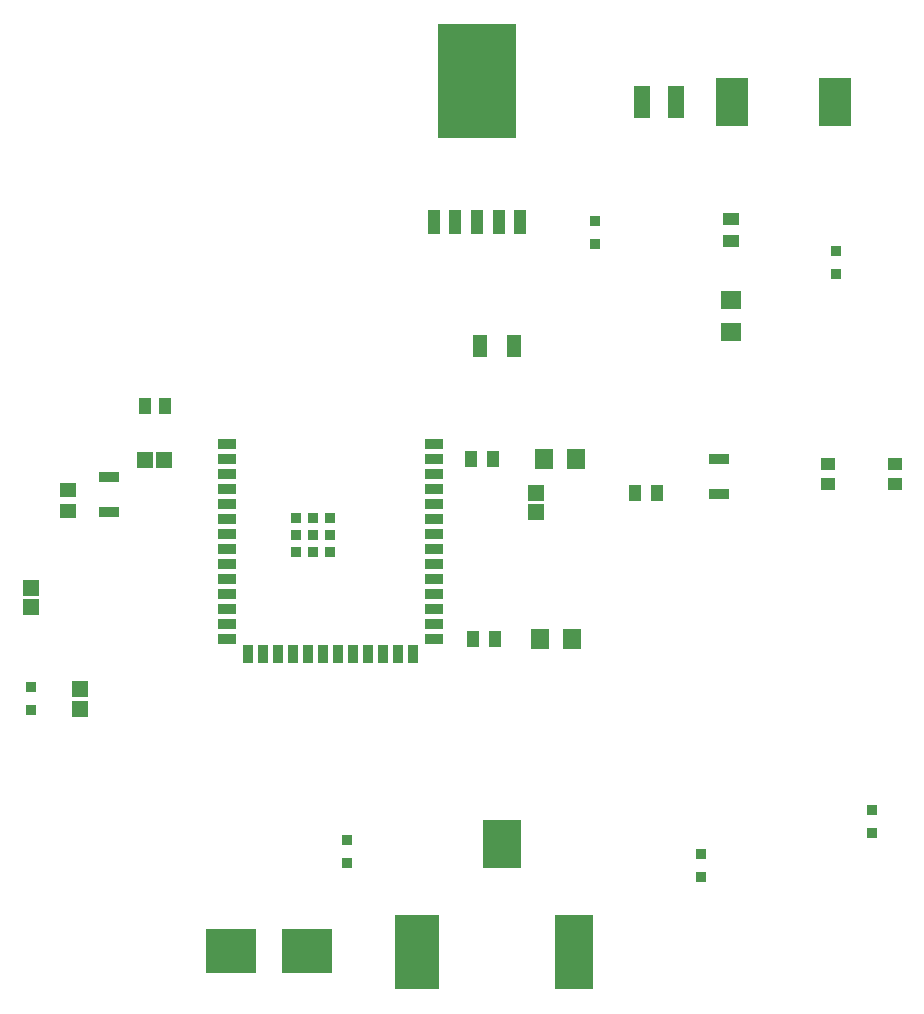
<source format=gtp>
G04*
G04 #@! TF.GenerationSoftware,Altium Limited,Altium Designer,25.3.3 (18)*
G04*
G04 Layer_Color=8421504*
%FSLAX44Y44*%
%MOMM*%
G71*
G04*
G04 #@! TF.SameCoordinates,CF0063C5-59CE-4EC0-ACCE-DCAF0012FED6*
G04*
G04*
G04 #@! TF.FilePolarity,Positive*
G04*
G01*
G75*
%ADD17R,1.0668X1.3462*%
%ADD18R,4.2418X3.8100*%
%ADD19R,0.8890X0.9525*%
%ADD20R,3.3000X4.0600*%
%ADD21R,3.3000X6.3500*%
%ADD22R,3.8100X6.3500*%
%ADD23R,1.4500X1.3500*%
%ADD24R,1.7300X0.9700*%
%ADD25R,1.4500X1.1500*%
%ADD26R,1.3700X2.8100*%
%ADD27R,1.2900X1.9100*%
%ADD28R,2.7000X4.1000*%
%ADD29R,1.3500X1.4500*%
%ADD30R,0.9000X0.9000*%
%ADD31R,1.5000X0.9000*%
%ADD32R,0.9000X1.5000*%
%ADD33R,1.0000X1.4200*%
%ADD34R,1.0000X2.0500*%
%ADD35R,6.7000X9.7000*%
%ADD36R,1.4200X1.0000*%
%ADD37R,1.7500X1.5000*%
%ADD38R,1.5000X1.7500*%
%ADD39R,1.2000X1.0000*%
D17*
X195707Y532130D02*
D03*
X213233D02*
D03*
D18*
X332867Y71120D02*
D03*
X269113D02*
D03*
D19*
X666750Y153225D02*
D03*
Y133794D02*
D03*
X781050Y663321D02*
D03*
Y643890D02*
D03*
X99060Y274764D02*
D03*
Y294195D02*
D03*
X811530Y170625D02*
D03*
Y190056D02*
D03*
X367030Y164655D02*
D03*
Y145225D02*
D03*
X576580Y669734D02*
D03*
Y689165D02*
D03*
D20*
X497800Y161250D02*
D03*
D21*
X558800Y69850D02*
D03*
D22*
X425900D02*
D03*
D23*
X527050Y442600D02*
D03*
Y459100D02*
D03*
X140970Y276230D02*
D03*
Y292730D02*
D03*
X99060Y378450D02*
D03*
Y361950D02*
D03*
D24*
X681990Y487240D02*
D03*
Y457640D02*
D03*
X165540Y442400D02*
D03*
Y472000D02*
D03*
D25*
X130810Y443120D02*
D03*
Y461120D02*
D03*
D26*
X616990Y789940D02*
D03*
X645390D02*
D03*
D27*
X479430Y582930D02*
D03*
X508630D02*
D03*
D28*
X780350Y789940D02*
D03*
X692850D02*
D03*
D29*
X212090Y486410D02*
D03*
X195590D02*
D03*
D30*
X338190Y423180D02*
D03*
X324190D02*
D03*
X352190D02*
D03*
X324190Y409180D02*
D03*
X338190D02*
D03*
X352190D02*
D03*
X324190Y437180D02*
D03*
X338190D02*
D03*
X352190D02*
D03*
D31*
X265690Y500380D02*
D03*
Y487680D02*
D03*
Y474980D02*
D03*
Y462280D02*
D03*
Y449580D02*
D03*
Y436880D02*
D03*
Y424180D02*
D03*
Y411480D02*
D03*
Y398780D02*
D03*
Y386080D02*
D03*
Y373380D02*
D03*
Y360680D02*
D03*
Y347980D02*
D03*
Y335280D02*
D03*
X440690D02*
D03*
Y347980D02*
D03*
Y360680D02*
D03*
Y373380D02*
D03*
Y386080D02*
D03*
Y398780D02*
D03*
Y411480D02*
D03*
Y424180D02*
D03*
Y436880D02*
D03*
Y449580D02*
D03*
Y462280D02*
D03*
Y474980D02*
D03*
Y487680D02*
D03*
Y500380D02*
D03*
D32*
X283340Y322780D02*
D03*
X296040D02*
D03*
X308740D02*
D03*
X321440D02*
D03*
X334140D02*
D03*
X346840D02*
D03*
X359540D02*
D03*
X372240D02*
D03*
X384940D02*
D03*
X397640D02*
D03*
X410340D02*
D03*
X423040D02*
D03*
D33*
X629110Y458470D02*
D03*
X610410D02*
D03*
X473250Y335280D02*
D03*
X491950D02*
D03*
X471980Y487680D02*
D03*
X490680D02*
D03*
D34*
X440400Y688340D02*
D03*
X458700D02*
D03*
X477000D02*
D03*
X495300D02*
D03*
X513600D02*
D03*
D35*
X477000Y807340D02*
D03*
D36*
X692150Y671830D02*
D03*
Y690530D02*
D03*
D37*
Y622300D02*
D03*
Y595300D02*
D03*
D38*
X530060Y335280D02*
D03*
X557060D02*
D03*
X533870Y487680D02*
D03*
X560870D02*
D03*
D39*
X830640Y483260D02*
D03*
Y466260D02*
D03*
X774640Y483260D02*
D03*
Y466260D02*
D03*
M02*

</source>
